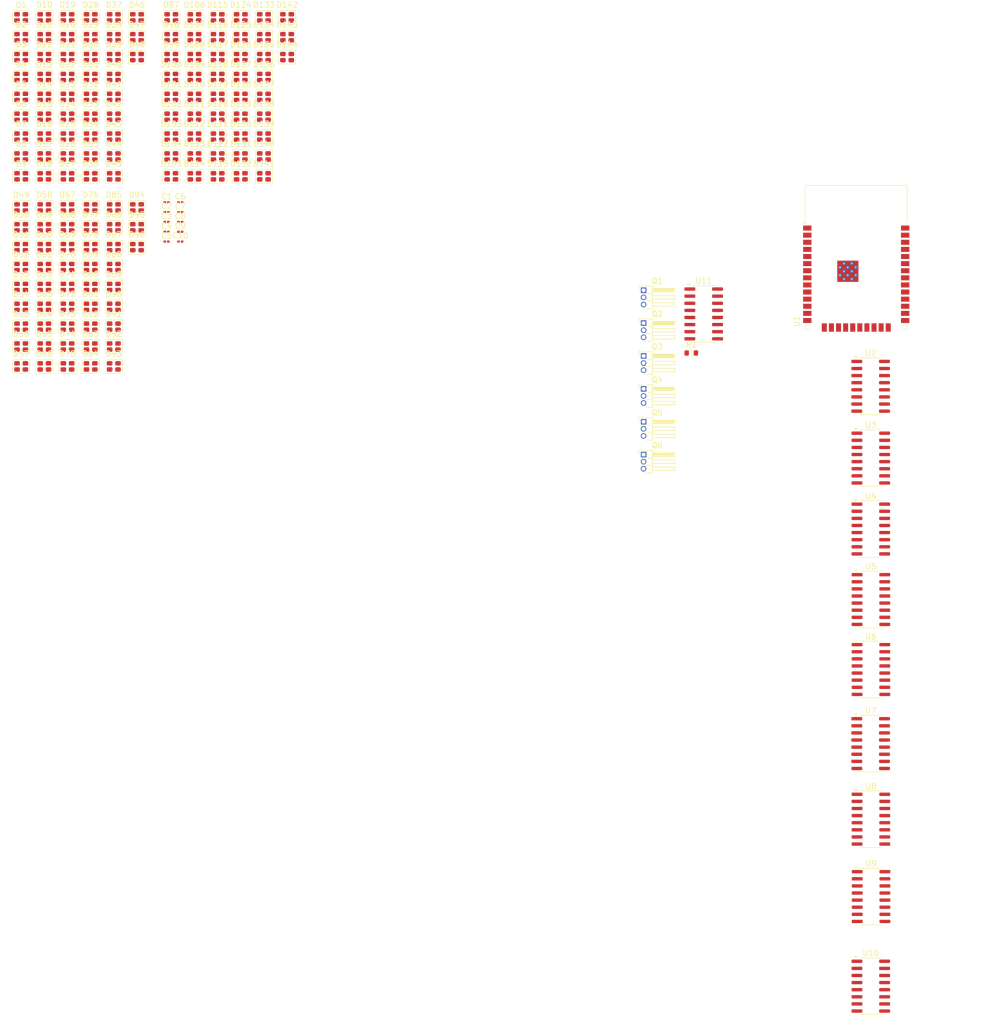
<source format=kicad_pcb>
(kicad_pcb (version 20241229) (generator "pcbnew") (generator_version "9.0")
  (layers (0 "F.Cu" signal) (2 "B.Cu" signal) (13 "F.Paste" user) (15 "B.Paste" user) (5 "F.SilkS" user "F.Silkscreen") (7 "B.SilkS" user "B.Silkscreen") (1 "F.Mask" user) (3 "B.Mask" user) (25 "Edge.Cuts" user))
  (net 0 "")
  (net 8 "Net-(U1-IO17)")
  (net 9 "/Col addr 1")
  (net 10 "/Col addr 2")
  (net 12 "/LED 1")
  (net 13 "Net-(U2-QH')")
  (net 22 "/Col addr 0")
  (net 23 "/LED 2")
  (net 26 "/Home")
  (net 30 "Net-(U2-~{SRCLR})")
  (net 34 "Net-(U3-~{SRCLR})")
  (net 35 "/595 Data")
  (net 36 "+3.3V")
  (net 37 "Net-(U3-QH')")
  (net 38 "Net-(U4-QH')")
  (net 39 "GND")
  (net 40 "Net-(U5-QH')")
  (net 41 "Net-(U6-QH')")
  (net 42 "Net-(U7-QH')")
  (net 43 "Net-(U8-QH')")
  (net 44 "Net-(U4-~{SRCLR})")
  (net 45 "Net-(U10-SER)")
  (net 46 "/595 R CLK")
  (net 47 "/595 OE")
  (net 48 "Net-(U5-~{SRCLR})")
  (net 49 "Net-(U6-~{SRCLR})")
  (net 50 "/595 SR CLK")
  (net 51 "Net-(U7-~{SRCLR})")
  (net 52 "Net-(U8-~{SRCLR})")
  (net 53 "Net-(U9-~{SRCLR})")
  (net 54 "Net-(U10-~{SRCLR})")
  (net 55 "RS1")
  (net 59 "RS2")
  (net 62 "RS3")
  (net 63 "RS4")
  (net 64 "RS5")
  (net 65 "RS6")
  (net 312 "Net-(Q1-G)")
  (net 314 "+5V")
  (net 315 "Net-(Q2-G)")
  (net 318 "Net-(Q3-G)")
  (net 319 "Net-(Q4-G)")
  (net 321 "Net-(Q5-G)")
  (net 324 "Net-(Q6-G)")
  (net 325 "s2g1")
  (net 326 "s1g8")
  (net 327 "s1g7")
  (net 328 "s1g6")
  (net 329 "s1g5")
  (net 330 "s1g4")
  (net 331 "s1r3")
  (net 332 "s1b3")
  (net 333 "s1g3")
  (net 334 "s1g2")
  (net 335 "s1b2")
  (net 336 "s1r2")
  (net 337 "s1r1")
  (net 338 "s1b1")
  (net 339 "s1g1")
  (net 340 "s3b2")
  (net 341 "s3b4")
  (net 342 "s3b3")
  (net 343 "s3b6")
  (net 344 "s3b1")
  (net 345 "s3b5")
  (net 346 "s3b7")
  (net 347 "s3b8")
  (net 348 "s3r7")
  (net 349 "s3r8")
  (net 350 "s3r2")
  (net 351 "s3r4")
  (net 352 "s3r1")
  (net 353 "s3r6")
  (net 354 "s3r5")
  (net 355 "s3r3")
  (net 356 "s3g2")
  (net 357 "s3g5")
  (net 358 "s3g1")
  (net 359 "s3g7")
  (net 360 "s3g8")
  (net 361 "s3g6")
  (net 362 "s3g4")
  (net 363 "s3g3")
  (net 364 "s2b3")
  (net 365 "s2b6")
  (net 366 "s2b5")
  (net 367 "s2b2")
  (net 368 "s2b7")
  (net 369 "s2b1")
  (net 370 "s2b4")
  (net 371 "s2b8")
  (net 372 "s2r3")
  (net 373 "s2r1")
  (net 374 "s2r5")
  (net 375 "s2r4")
  (net 376 "s2r8")
  (net 377 "s2r6")
  (net 378 "s2r2")
  (net 379 "s2r7")
  (net 380 "s2g4")
  (net 381 "s2g7")
  (net 382 "s2g3")
  (net 383 "s2g5")
  (net 384 "s2g2")
  (net 385 "s2g8")
  (net 386 "s2g6")
  (net 387 "s1b6")
  (net 388 "s1b8")
  (net 389 "s1b4")
  (net 390 "s1b7")
  (net 391 "s1b5")
  (net 392 "s1r5")
  (net 393 "s1r8")
  (net 394 "s1r4")
  (net 395 "s1r6")
  (net 396 "s1r7")
  (footprint "LED_SMD:LED_Cree-PLCC4_2x2mm_CW" (layer "F.Cu") (at 28.41 1.275)
    (property "Reference" "D97")
    (property "Value" "LED_ARGB")
  )
  (footprint "LED_SMD:LED_Cree-PLCC4_2x2mm_CW" (layer "F.Cu") (at 18.13 22.575)
    (property "Reference" "D43")
    (property "Value" "LED_ARGB")
  )
  (footprint "LED_SMD:LED_Cree-PLCC4_2x2mm_CW" (layer "F.Cu") (at 1.57 52.975)
    (property "Reference" "D54")
    (property "Value" "LED_ARGB")
  )
  (footprint "Package_SO:SOIC-16_3.9x9.9mm_P1.27mm" (layer "F.Cu") (at 153.45 131)
    (property "Reference" "U7")
    (property "Value" "74HC595")
  )
  (footprint "LED_SMD:LED_Cree-PLCC4_2x2mm_CW" (layer "F.Cu") (at 28.41 19.025)
    (property "Reference" "D102")
    (property "Value" "LED_ARGB")
  )
  (footprint "LED_SMD:LED_Cree-PLCC4_2x2mm_CW" (layer "F.Cu") (at 18.13 8.375)
    (property "Reference" "D39")
    (property "Value" "LED_ARGB")
  )
  (footprint "LED_SMD:LED_Cree-PLCC4_2x2mm_CW" (layer "F.Cu") (at 5.71 35.225)
    (property "Reference" "D58")
    (property "Value" "LED_ARGB")
  )
  (footprint "LED_SMD:LED_Cree-PLCC4_2x2mm_CW" (layer "F.Cu") (at 18.13 26.125)
    (property "Reference" "D44")
    (property "Value" "LED_ARGB")
  )
  (footprint "LED_SMD:LED_Cree-PLCC4_2x2mm_CW" (layer "F.Cu") (at 18.13 42.325)
    (property "Reference" "D87")
    (property "Value" "LED_ARGB")
  )
  (footprint "LED_SMD:LED_Cree-PLCC4_2x2mm_CW" (layer "F.Cu") (at 32.55 1.275)
    (property "Reference" "D106")
    (property "Value" "LED_ARGB")
  )
  (footprint "LED_SMD:LED_Cree-PLCC4_2x2mm_CW" (layer "F.Cu") (at 40.83 19.025)
    (property "Reference" "D129")
    (property "Value" "LED_ARGB")
  )
  (footprint "LED_SMD:LED_Cree-PLCC4_2x2mm_CW" (layer "F.Cu") (at 5.71 22.575)
    (property "Reference" "D16")
    (property "Value" "LED_ARGB")
  )
  (footprint "LED_SMD:LED_Cree-PLCC4_2x2mm_CW" (layer "F.Cu") (at 36.69 8.375)
    (property "Reference" "D117")
    (property "Value" "LED_ARGB")
  )
  (footprint "LED_SMD:LED_Cree-PLCC4_2x2mm_CW" (layer "F.Cu") (at 5.71 42.325)
    (property "Reference" "D60")
    (property "Value" "LED_ARGB")
  )
  (footprint "LED_SMD:LED_Cree-PLCC4_2x2mm_CW" (layer "F.Cu") (at 5.71 11.925)
    (property "Reference" "D13")
    (property "Value" "LED_ARGB")
  )
  (footprint "LED_SMD:LED_Cree-PLCC4_2x2mm_CW" (layer "F.Cu") (at 13.99 26.125)
    (property "Reference" "D35")
    (property "Value" "LED_ARGB")
  )
  (footprint "LED_SMD:LED_Cree-PLCC4_2x2mm_CW" (layer "F.Cu") (at 18.13 15.475)
    (property "Reference" "D41")
    (property "Value" "LED_ARGB")
  )
  (footprint "LED_SMD:LED_Cree-PLCC4_2x2mm_CW" (layer "F.Cu") (at 1.57 42.325)
    (property "Reference" "D51")
    (property "Value" "LED_ARGB")
  )
  (footprint "LED_SMD:LED_Cree-PLCC4_2x2mm_CW" (layer "F.Cu") (at 36.69 26.125)
    (property "Reference" "D122")
    (property "Value" "LED_ARGB")
  )
  (footprint "LED_SMD:LED_Cree-PLCC4_2x2mm_CW" (layer "F.Cu") (at 9.85 35.225)
    (property "Reference" "D67")
    (property "Value" "LED_ARGB")
  )
  (footprint "LED_SMD:LED_Cree-PLCC4_2x2mm_CW" (layer "F.Cu") (at 1.57 11.925)
    (property "Reference" "D4")
    (property "Value" "LED_ARGB")
  )
  (footprint "LED_SMD:LED_Cree-PLCC4_2x2mm_CW" (layer "F.Cu") (at 40.83 29.675)
    (property "Reference" "D132")
    (property "Value" "LED_ARGB")
  )
  (footprint "LED_SMD:LED_Cree-PLCC4_2x2mm_CW" (layer "F.Cu") (at 13.99 8.375)
    (property "Reference" "D30")
    (property "Value" "LED_ARGB")
  )
  (footprint "LED_SMD:LED_Cree-PLCC4_2x2mm_CW" (layer "F.Cu") (at 40.83 15.475)
    (property "Reference" "D128")
    (property "Value" "LED_ARGB")
  )
  (footprint "Capacitor_SMD:C_0201_0603Metric" (layer "F.Cu") (at 27.565 37.825)
    (property "Reference" "C3")
    (property "Value" "C")
  )
  (footprint "LED_SMD:LED_Cree-PLCC4_2x2mm_CW" (layer "F.Cu") (at 5.71 29.675)
    (property "Reference" "D18")
    (property "Value" "LED_ARGB")
  )
  (footprint "LED_SMD:LED_Cree-PLCC4_2x2mm_CW" (layer "F.Cu") (at 1.57 15.475)
    (property "Reference" "D5")
    (property "Value" "LED_ARGB")
  )
  (footprint "LED_SMD:LED_Cree-PLCC4_2x2mm_CW" (layer "F.Cu") (at 49.11 4.825)
    (property "Reference" "D143")
    (property "Value" "LED_ARGB")
  )
  (footprint "LED_SMD:LED_Cree-PLCC4_2x2mm_CW" (layer "F.Cu") (at 1.57 8.375)
    (property "Reference" "D3")
    (property "Value" "LED_ARGB")
  )
  (footprint "LED_SMD:LED_Cree-PLCC4_2x2mm_CW" (layer "F.Cu") (at 36.69 11.925)
    (property "Reference" "D118")
    (property "Value" "LED_ARGB")
  )
  (footprint "LED_SMD:LED_Cree-PLCC4_2x2mm_CW" (layer "F.Cu") (at 28.41 29.675)
    (property "Reference" "D105")
    (property "Value" "LED_ARGB")
  )
  (footprint "LED_SMD:LED_Cree-PLCC4_2x2mm_CW" (layer "F.Cu") (at 13.99 42.325)
    (property "Reference" "D78")
    (property "Value" "LED_ARGB")
  )
  (footprint "LED_SMD:LED_Cree-PLCC4_2x2mm_CW" (layer "F.Cu") (at 40.83 26.125)
    (property "Reference" "D131")
    (property "Value" "LED_ARGB")
  )
  (footprint "LED_SMD:LED_Cree-PLCC4_2x2mm_CW" (layer "F.Cu") (at 28.41 4.825)
    (property "Reference" "D98")
    (property "Value" "LED_ARGB")
  )
  (footprint "Capacitor_SMD:C_0201_0603Metric" (layer "F.Cu") (at 30.015 34.325)
    (property "Reference" "C6")
    (property "Value" "C")
  )
  (footprint "LED_SMD:LED_Cree-PLCC4_2x2mm_CW" (layer "F.Cu") (at 5.71 63.625)
    (property "Reference" "D66")
    (property "Value" "LED_ARGB")
  )
  (footprint "LED_SMD:LED_Cree-PLCC4_2x2mm_CW" (layer "F.Cu") (at 9.85 11.925)
    (property "Reference" "D22")
    (property "Value" "LED_ARGB")
  )
  (footprint "Capacitor_SMD:C_0201_0603Metric" (layer "F.Cu") (at 27.565 39.575)
    (property "Reference" "C4")
    (property "Value" "C")
  )
  (footprint "LED_SMD:LED_Cree-PLCC4_2x2mm_CW" (layer "F.Cu") (at 36.69 1.275)
    (property "Reference" "D115")
    (property "Value" "LED_ARGB")
  )
  (footprint "LED_SMD:LED_Cree-PLCC4_2x2mm_CW" (layer "F.Cu") (at 40.83 11.925)
    (property "Reference" "D127")
    (property "Value" "LED_ARGB")
  )
  (footprint "LED_SMD:LED_Cree-PLCC4_2x2mm_CW" (layer "F.Cu") (at 9.85 60.075)
    (property "Reference" "D74")
    (property "Value" "LED_ARGB")
  )
  (footprint "LED_SMD:LED_Cree-PLCC4_2x2mm_CW" (layer "F.Cu") (at 40.83 4.825)
    (property "Reference" "D125")
    (property "Value" "LED_ARGB")
  )
  (footprint "LED_SMD:LED_Cree-PLCC4_2x2mm_CW" (layer "F.Cu") (at 1.57 60.075)
    (property "Reference" "D56")
    (property "Value" "LED_ARGB")
  )
  (footprint "Capacitor_SMD:C_0201_0603Metric" (layer "F.Cu") (at 27.565 41.325)
    (property "Reference" "C5")
    (property "Value" "C")
  )
  (footprint "LED_SMD:LED_Cree-PLCC4_2x2mm_CW" (layer "F.Cu") (at 32.55 19.025)
    (property "Reference" "D111")
    (property "Value" "LED_ARGB")
  )
  (footprint "LED_SMD:LED_Cree-PLCC4_2x2mm_CW" (layer "F.Cu") (at 1.57 1.275)
    (property "Reference" "D1")
    (property "Value" "LED_ARGB")
  )
  (footprint "LED_SMD:LED_Cree-PLCC4_2x2mm_CW" (layer "F.Cu") (at 1.57 49.425)
    (property "Reference" "D53")
    (property "Value" "LED_ARGB")
  )
  (footprint "Connector_PinHeader_1.27mm:PinHeader_1x03_P1.27mm_Horizontal" (layer "F.Cu") (at 112.85 67.63)
    (property "Reference" "Q4")
    (property "Value" "PMOS")
  )
  (footprint "Package_SO:SOIC-16_3.9x9.9mm_P1.27mm" (layer "F.Cu") (at 153.475 92.675)
    (property "Reference" "U4")
    (property "Value" "74HC595")
  )
  (footprint "LED_SMD:LED_Cree-PLCC4_2x2mm_CW" (layer "F.Cu") (at 5.71 52.975)
    (property "Reference" "D63")
    (property "Value" "LED_ARGB")
  )
  (footprint "LED_SMD:LED_Cree-PLCC4_2x2mm_CW" (layer "F.Cu") (at 1.57 38.775)
    (property "Reference" "D50")
    (property "Value" "LED_ARGB")
  )
  (footprint "LED_SMD:LED_Cree-PLCC4_2x2mm_CW" (layer "F.Cu") (at 9.85 52.975)
    (property "Reference" "D72")
    (property "Value" "LED_ARGB")
  )
  (footprint "LED_SMD:LED_Cree-PLCC4_2x2mm_CW" (layer "F.Cu") (at 5.71 60.075)
    (property "Reference" "D65")
    (property "Value" "LED_ARGB")
  )
  (footprint "LED_SMD:LED_Cree-PLCC4_2x2mm_CW" (layer "F.Cu") (at 18.13 11.925)
    (property "Reference" "D40")
    (property "Value" "LED_ARGB")
  )
  (footprint "LED_SMD:LED_Cree-PLCC4_2x2mm_CW" (layer "F.Cu") (at 9.85 22.575)
    (property "Reference" "D25")
    (property "Value" "LED_ARGB")
  )
  (footprint "Package_SO:SOIC-16_3.9x9.9mm_P1.27mm" (layer "F.Cu") (at 153.5 144.5)
    (property "Reference" "U8")
    (property "Value" "74HC595")
  )
  (footprint "LED_SMD:LED_Cree-PLCC4_2x2mm_CW" (layer "F.Cu") (at 18.13 4.825)
    (property "Reference" "D38")
    (property "Value" "LED_ARGB")
  )
  (footprint "LED_SMD:LED_Cree-PLCC4_2x2mm_CW" (layer "F.Cu") (at 5.71 38.775)
    (property "Reference" "D59")
    (property "Value" "LED_ARGB")
  )
  (footprint "LED_SMD:LED_Cree-PLCC4_2x2mm_CW" (layer "F.Cu") (at 9.85 26.125)
    (property "Reference" "D26")
    (property "Value" "LED_ARGB")
  )
  (footprint "Capacitor_SMD:C_0201_0603Metric" (layer "F.Cu") (at 30.015 39.575)
    (property "Reference" "C9")
    (property "Value" "C")
  )
  (footprint "LED_SMD:LED_Cree-PLCC4_2x2mm_CW" (layer "F.Cu") (at 13.99 35.225)
    (property "Reference" "D76")
    (property "Value" "LED_ARGB")
  )
  (footprint "LED_SMD:LED_Cree-PLCC4_2x2mm_CW" (layer "F.Cu") (at 1.57 19.025)
    (property "Reference" "D6")
    (property "Value" "LED_ARGB")
  )
  (footprint "LED_SMD:LED_Cree-PLCC4_2x2mm_CW" (layer "F.Cu") (at 32.55 11.925)
    (property "Reference" "D109")
    (property "Value" "LED_ARGB")
  )
  (footprint "Capacitor_SMD:C_0201_0603Metric" (layer "F.Cu") (at 27.565 36.075)
    (property "Reference" "C2")
    (property "Value" "C")
  )
  (footprint "LED_SMD:LED_Cree-PLCC4_2x2mm_CW" (layer "F.Cu") (at 9.85 19.025)
    (property "Reference" "D24")
    (property "Value" "LED_ARGB")
  )
  (footprint "LED_SMD:LED_Cree-PLCC4_2x2mm_CW" (layer "F.Cu") (at 22.27 4.825)
    (property "Reference" "D47")
    (property "Value" "LED_ARGB")
  )
  (footprint "LED_SMD:LED_Cree-PLCC4_2x2mm_CW" (layer "F.Cu") (at 9.85 1.275)
    (property "Reference" "D19")
    (property "Value" "LED_ARGB")
  )
  (footprint "LED_SMD:LED_Cree-PLCC4_2x2mm_CW" (layer "F.Cu") (at 13.99 15.475)
    (property "Reference" "D32")
    (property "Value" "LED_ARGB")
  )
  (footprint "LED_SMD:LED_Cree-PLCC4_2x2mm_CW" (layer "F.Cu") (at 18.13 35.225)
    (property "Reference" "D85")
    (property "Value" "LED_ARGB")
  )
  (footprint "LED_SMD:LED_Cree-PLCC4_2x2mm_CW" (layer "F.Cu") (at 13.99 29.675)
    (property "Reference" "D36")
    (property "Value" "LED_ARGB")
  )
  (footprint "LED_SMD:LED_Cree-PLCC4_2x2mm_CW" (layer "F.Cu") (at 5.71 15.475)
    (property "Reference" "D14")
    (property "Value" "LED_ARGB")
  )
  (footprint "LED_SMD:LED_Cree-PLCC4_2x2mm_CW" (layer "F.Cu") (at 13.99 4.825)
    (property "Reference" "D29")
    (property "Value" "LED_ARGB")
  )
  (footprint "LED_SMD:LED_Cree-PLCC4_2x2mm_CW" (layer "F.Cu") (at 32.55 22.575)
    (property "Reference" "D112")
    (property "Value" "LED_ARGB")
  )
  (footprint "LED_SMD:LED_Cree-PLCC4_2x2mm_CW" (layer "F.Cu") (at 18.13 29.675)
    (property "Reference" "D45")
    (property "Value" "LED_ARGB")
  )
  (footprint "LED_SMD:LED_Cree-PLCC4_2x2mm_CW" (layer "F.Cu") (at 13.99 22.575)
    (property "Reference" "D34")
    (property "Value" "LED_ARGB")
  )
  (footprint "LED_SMD:LED_Cree-PLCC4_2x2mm_CW" (layer "F.Cu") (at 36.69 19.025)
    (property "Reference" "D120")
    (property "Value" "LED_ARGB")
  )
  (footprint "LED_SMD:LED_Cree-PLCC4_2x2mm_CW" (layer "F.Cu") (at 5.71 4.825)
    (property "Reference" "D11")
    (property "Value" "LED_ARGB")
  )
  (footprint "LED_SMD:LED_Cree-PLCC4_2x2mm_CW" (layer "F.Cu") (at 18.13 63.625)
    (property "Reference" "D93")
    (property "Value" "LED_ARGB")
  )
  (footprint "LED_SMD:LED_Cree-PLCC4_2x2mm_CW" (layer "F.Cu") (at 28.41 26.125)
    (property "Reference" "D104")
    (property "Value" "LED_ARGB")
  )
  (footprint "Connector_PinHeader_1.27mm:PinHeader_1x03_P1.27mm_Horizontal" (layer "F.Cu") (at 112.85 61.76)
    (property "Reference" "Q3")
    (property "Value" "PMOS")
  )
  (footprint "LED_SMD:LED_Cree-PLCC4_2x2mm_CW" (layer "F.Cu") (at 9.85 8.375)
    (property "Reference" "D21")
    (property "Value" "LED_ARGB")
  )
  (footprint "LED_SMD:LED_Cree-PLCC4_2x2mm_CW" (layer "F.Cu") (at 44.97 19.025)
    (property "Reference" "D138")
    (property "Value" "LED_ARGB")
  )
  (footprint "LED_SMD:LED_Cree-PLCC4_2x2mm_CW" (layer "F.Cu") (at 9.85 42.325)
    (property "Reference" "D69")
    (property "Value" "LED_ARGB")
  )
  (footprint "Capacitor_SMD:C_0201_0603Metric" (layer "F.Cu") (at 30.015 37.825)
    (property "Reference" "C8")
    (property "Value" "C")
  )
  (footprint "LED_SMD:LED_Cree-PLCC4_2x2mm_CW" (layer "F.Cu") (at 28.41 11.925)
    (property "Reference" "D100")
    (property "Value" "LED_ARGB")
  )
  (footprint "LED_SMD:LED_Cree-PLCC4_2x2mm_CW" (layer "F.Cu") (at 32.55 29.675)
    (property "Reference" "D114")
    (property "Value" "LED_ARGB")
  )
  (footprint "LED_SMD:LED_Cree-PLCC4_2x2mm_CW" (layer "F.Cu") (at 13.99 60.075)
    (property "Reference" "D83")
    (property "Value" "LED_ARGB")
  )
  (footprint "LED_SMD:LED_Cree-PLCC4_2x2mm_CW" (layer "F.Cu") (at 36.69 4.825)
    (property "Reference" "D116")
    (property "Value" "LED_ARGB")
  )
  (footprint "Package_SO:SOIC-16_3.9x9.9mm_P1.27mm" (layer "F.Cu") (at 153.525 158.325)
    (property "Reference" "U9")
    (property "Value" "74HC595")
  )
  (footprint "LED_SMD:LED_Cree-PLCC4_2x2mm_CW" (layer "F.Cu") (at 5.71 26.125)
    (property "Reference" "D17")
    (property "Value" "LED_ARGB")
  )
  (footprint "LED_SMD:LED_Cree-PLCC4_2x2mm_CW" (layer "F.Cu") (at 40.83 1.275)
    (property "Reference" "D124")
    (property "Value" "LED_ARGB")
  )
  (footprint "LED_SMD:LED_Cree-PLCC4_2x2mm_CW" (layer "F.Cu") (at 9.85 38.775)
    (property "Reference" "D68")
    (property "Value" "LED_ARGB")
  )
  (footprint "Capacitor_SMD:C_0201_0603Metric" (layer "F.Cu") (at 30.015 41.325)
    (property "Reference" "C10")
    (property "Value" "C")
  )
  (footprint "LED_SMD:LED_Cree-PLCC4_2x2mm_CW" (layer "F.Cu") (at 9.85 49.425)
    (property "Reference" "D71")
    (property "Value" "LED_ARGB")
  )
  (footprint "LED_SMD:LED_Cree-PLCC4_2x2mm_CW" (layer "F.Cu") (at 1.57 4.825)
    (property "Reference" "D2")
    (property "Value" "LED_ARGB")
  )
  (footprint "LED_SMD:LED_Cree-PLCC4_2x2mm_CW" (layer "F.Cu") (at 13.99 11.925)
    (property "Reference" "D31")
    (property "Value" "LED_ARGB")
  )
  (footprint "LED_SMD:LED_Cree-PLCC4_2x2mm_CW" (layer "F.Cu") (at 5.71 8.375)
    (property "Reference" "D12")
    (property "Value" "LED_ARGB")
  )
  (footprint "LED_SMD:LED_Cree-PLCC4_2x2mm_CW" (layer "F.Cu") (at 18.13 38.775)
    (property "Reference" "D86")
    (property "Value" "LED_ARGB")
  )
  (footprint "LED_SMD:LED_Cree-PLCC4_2x2mm_CW" (layer "F.Cu") (at 44.97 26.125)
    (property "Reference" "D140")
    (property "Value" "LED_ARGB")
  )
  (footprint "Capacitor_SMD:C_0201_0603Metric" (layer "F.Cu") (at 30.015 36.075)
    (property "Reference" "C7")
    (property "Value" "C")
  )
  (footprint "LED_SMD:LED_Cree-PLCC4_2x2mm_CW" (layer "F.Cu") (at 9.85 45.875)
    (property "Reference" "D70")
    (property "Value" "LED_ARGB")
  )
  (footprint "LED_SMD:LED_Cree-PLCC4_2x2mm_CW" (layer "F.Cu") (at 9.85 56.525)
    (property "Reference" "D73")
    (property "Value" "LED_ARGB")
  )
  (footprint "Package_SO:SOIC-16_3.9x9.9mm_P1.27mm" (layer "F.Cu") (at 153.5 117.77)
    (property "Reference" "U6")
    (property "Value" "74HC595")
  )
  (footprint "LED_SMD:LED_Cree-PLCC4_2x2mm_CW" (layer "F.Cu") (at 18.13 1.275)
    (property "Reference" "D37")
    (property "Value" "LED_ARGB")
  )
  (footprint "LED_SMD:LED_Cree-PLCC4_2x2mm_CW" (layer "F.Cu") (at 9.85 15.475)
    (property "Reference" "D23")
    (property "Value" "LED_ARGB")
  )
  (footprint "LED_SMD:LED_Cree-PLCC4_2x2mm_CW" (layer "F.Cu") (at 22.27 1.275)
    (property "Reference" "D46")
    (property "Value" "LED_ARGB")
  )
  (footprint "LED_SMD:LED_Cree-PLCC4_2x2mm_CW" (layer "F.Cu") (at 40.83 8.375)
    (property "Reference" "D126")
    (property "Value" "LED_ARGB")
  )
  (footprint "LED_SMD:LED_Cree-PLCC4_2x2mm_CW" (layer "F.Cu") (at 5.71 1.275)
    (property "Reference" "D10")
    (property "Value" "LED_ARGB")
  )
  (footprint "LED_SMD:LED_Cree-PLCC4_2x2mm_CW" (layer "F.Cu") (at 18.13 49.425)
    (property "Reference" "D89")
    (property "Value" "LED_ARGB")
  )
  (footprint "LED_SMD:LED_Cree-PLCC4_2x2mm_CW" (layer "F.Cu") (at 49.11 8.375)
    (property "Reference" "D144")
    (property "Value" "LED_ARGB")
  )
  (footprint "LED_SMD:LED_Cree-PLCC4_2x2mm_CW" (layer "F.Cu") (at 5.71 19.025)
    (property "Reference" "D15")
    (property "Value" "LED_ARGB")
  )
  (footprint "LED_SMD:LED_Cree-PLCC4_2x2mm_CW" (layer "F.Cu") (at 44.97 4.825)
    (property "Reference" "D134")
    (property "Value" "LED_ARGB")
  )
  (footprint "LED_SMD:LED_Cree-PLCC4_2x2mm_CW" (layer "F.Cu") (at 18.13 52.975)
    (property "Reference" "D90")
    (property "Value" "LED_ARGB")
  )
  (footprint "LED_SMD:LED_Cree-PLCC4_2x2mm_CW" (layer "F.Cu") (at 1.57 56.525)
    (property "Reference" "D55")
    (property "Value" "LED_ARGB")
  )
  (footprint "LED_SMD:LED_Cree-PLCC4_2x2mm_CW" (layer "F.Cu") (at 1.57 22.575)
    (property "Reference" "D7")
    (property "Value" "LED_ARGB")
  )
  (footprint "LED_SMD:LED_Cree-PLCC4_2x2mm_CW" (layer "F.Cu") (at 13.99 38.775)
    (property "Reference" "D77")
    (property "Value" "LED_ARGB")
  )
  (footprint "Connector_PinHeader_1.27mm:PinHeader_1x03_P1.27mm_Horizontal" (layer "F.Cu") (at 112.85 73.5)
    (property "Reference" "Q5")
    (property "Value" "PMOS")
  )
  (footprint "LED_SMD:LED_Cree-PLCC4_2x2mm_CW" (layer "F.Cu") (at 44.97 22.575)
    (property "Reference" "D139")
    (property "Value" "LED_ARGB")
  )
  (footprint "Package_SO:SOIC-16_3.9x9.9mm_P1.27mm" (layer "F.Cu") (at 153.475 174.325)
    (property "Reference" "U10")
    (property "Value" "74HC595")
  )
  (footprint "LED_SMD:LED_Cree-PLCC4_2x2mm_CW" (layer "F.Cu") (at 13.99 19.025)
    (property "Reference" "D33")
    (property "Value" "LED_ARGB")
  )
  (footprint "LED_SMD:LED_Cree-PLCC4_2x2mm_CW" (layer "F.Cu") (at 32.55 4.825)
    (property "Reference" "D107")
    (property "Value" "LED_ARGB")
  )
  (footprint "LED_SMD:LED_Cree-PLCC4_2x2mm_CW" (layer "F.Cu") (at 32.55 8.375)
    (property "Reference" "D108")
    (property "Value" "LED_ARGB")
  )
  (footprint "LED_SMD:LED_Cree-PLCC4_2x2mm_CW" (layer "F.Cu") (at 13.99 49.425)
    (property "Reference" "D80")
    (property "Value" "LED_ARGB")
  )
  (footprint "Connector_PinHeader_1.27mm:PinHeader_1x03_P1.27mm_Horizontal" (layer "F.Cu") (at 112.85 79.37)
    (property "Reference" "Q6")
    (property "Value" "PMOS")
  )
  (footprint "Package_SO:SOIC-16_3.9x9.9mm_P1.27mm" (layer "F.Cu") (at 153.475 80)
    (property "Reference" "U3")
    (property "Value" "74HC595")
  )
  (footprint "LED_SMD:LED_Cree-PLCC4_2x2mm_CW" (layer "F.Cu") (at 36.69 22.575)
    (property "Reference" "D121")
    (property "Value" "LED_ARGB")
  )
  (footprint "LED_SMD:LED_Cree-PLCC4_2x2mm_CW" (layer "F.Cu") (at 32.55 15.475)
    (property "Reference" "D110")
    (property "Value" "LED_ARGB")
  )
  (footprint "LED_SMD:LED_Cree-PLCC4_2x2mm_CW" (layer "F.Cu") (at 44.97 8.375)
    (property "Reference" "D135")
    (property "Value" "LED_ARGB")
  )
  (footprint "LED_SMD:LED_Cree-PLCC4_2x2mm_CW" (layer "F.Cu") (at 13.99 52.975)
    (property "Reference" "D81")
    (property "Value" "LED_ARGB")
  )
  (footprint "LED_SMD:LED_Cree-PLCC4_2x2mm_CW" (layer "F.Cu") (at 1.57 26.125)
    (property "Reference" "D8")
    (property "Value" "LED_ARGB")
  )
  (footprint "LED_SMD:LED_Cree-PLCC4_2x2mm_CW" (layer "F.Cu") (at 13.99 1.275)
    (property "Reference" "D28")
    (property "Value" "LED_ARGB")
  )
  (footprint "LED_SMD:LED_Cree-PLCC4_2x2mm_CW" (layer "F.Cu") (at 36.69 29.675)
    (property "Reference" "D123")
    (property "Value" "LED_ARGB")
  )
  (footprint "LED_SMD:LED_Cree-PLCC4_2x2mm_CW" (layer "F.Cu") (at 36.69 15.475)
    (property "Reference" "D119")
    (property "Value" "LED_ARGB")
  )
  (footprint "Package_SO:SOIC-16_3.9x9.9mm_P1.27mm" (layer "F.Cu") (at 153.5 105.27)
    (property "Reference" "U5")
    (property "Value" "74HC595")
  )
  (footprint "Capacitor_SMD:C_0201_0603Metric" (layer "F.Cu") (at 27.565 34.325)
    (property "Reference" "C1")
    (property "Value" "C")
  )
  (footprint "LED_SMD:LED_Cree-PLCC4_2x2mm_CW" (layer "F.Cu") (at 9.85 29.675)
    (property "Reference" "D27")
    (property "Value" "LED_ARGB")
  )
  (footprint "LED_SMD:LED_Cree-PLCC4_2x2mm_CW" (layer "F.Cu") (at 28.41 22.575)
    (property "Reference" "D103")
    (property "Value" "LED_ARGB")
  )
  (footprint "LED_SMD:LED_Cree-PLCC4_2x2mm_CW" (layer "F.Cu") (at 49.11 1.275)
    (property "Reference" "D142")
    (property "Value" "LED_ARGB")
  )
  (footprint "LED_SMD:LED_Cree-PLCC4_2x2mm_CW" (layer "F.Cu") (at 44.97 29.675)
    (property "Reference" "D141")
    (property "Value" "LED_ARGB")
  )
  (footprint "LED_SMD:LED_Cree-PLCC4_2x2mm_CW" (layer "F.Cu") (at 32.55 26.125)
    (property "Reference" "D113")
    (property "Value" "LED_ARGB")
  )
  (footprint "LED_SMD:LED_Cree-PLCC4_2x2mm_CW" (layer "F.Cu") (at 44.97 1.275)
    (property "Reference" "D133")
    (property "Value" "LED_ARGB")
  )
  (footprint "LED_SMD:LED_Cree-PLCC4_2x2mm_CW" (layer "F.Cu") (at 44.97 15.475)
    (property "Reference" "D137")
    (property "Value" "LED_ARGB")
  )
  (footprint "LED_SMD:LED_Cree-PLCC4_2x2mm_CW" (layer "F.Cu") (at 13.99 45.875)
    (property "Reference" "D79")
    (property "Value" "LED_ARGB")
  )
  (footprint "Connector_PinHeader_1.27mm:PinHeader_1x03_P1.27mm_Horizontal" (layer "F.Cu") (at 112.85 55.89)
    (property "Reference" "Q2")
    (property "Value" "PMOS")
  )
  (footprint "LED_SMD:LED_Cree-PLCC4_2x2mm_CW" (layer "F.Cu") (at 9.85 63.625)
    (property "Reference" "D75")
    (property "Value" "LED_ARGB")
  )
  (footprint "Connector_PinHeader_1.27mm:PinHeader_1x03_P1.27mm_Horizontal" (layer "F.Cu") (at 112.85 50.02)
    (property "Reference" "Q1")
    (property "Value" "PMOS")
  )
  (footprint "LED_SMD:LED_Cree-PLCC4_2x2mm_CW" (layer "F.Cu") (at 1.57 29.675)
    (property "Reference" "D9")
    (property "Value" "LED_ARGB")
  )
  (footprint "LED_SMD:LED_Cree-PLCC4_2x2mm_CW" (layer "F.Cu") (at 18.13 56.525)
    (property "Reference" "D91")
    (property "Value" "LED_ARGB")
  )
  (footprint "LED_SMD:LED_Cree-PLCC4_2x2mm_CW" (layer "F.Cu") (at 22.27 38.775)
    (property "Reference" "D95")
    (property "Value" "LED_ARGB")
  )
  (footprint "LED_SMD:LED_Cree-PLCC4_2x2mm_CW" (layer "F.Cu") (at 5.71 56.525)
    (property "Reference" "D64")
    (property "Value" "LED_ARGB")
  )
  (footprint "LED_SMD:LED_Cree-PLCC4_2x2mm_CW" (layer "F.Cu") (at 13.99 63.625)
    (property "Reference" "D84")
    (property "Value" "LED_ARGB")
  )
  (footprint "LED_SMD:LED_Cree-PLCC4_2x2mm_CW" (layer "F.Cu") (at 40.83 22.575)
    (property "Reference" "D130")
    (property "Value" "LED_ARGB")
  )
  (footprint "LED_SMD:LED_Cree-PLCC4_2x2mm_CW" (layer "F.Cu") (at 44.97 11.925)
    (property "Reference" "D136")
    (property "Value" "LED_ARGB")
  )
  (footprint "LED_SMD:LED_Cree-PLCC4_2x2mm_CW" (layer "F.Cu") (at 28.41 8.375)
    (property "Reference" "D99")
    (property "Value" "LED_ARGB")
  )
  (footprint "LED_SMD:LED_Cree-PLCC4_2x2mm_CW" (layer "F.Cu") (at 5.71 49.425)
    (property "Reference" "D62")
    (property "Value" "LED_ARGB")
  )
  (footprint "LED_SMD:LED_Cree-PLCC4_2x2mm_CW" (layer "F.Cu") (at 1.57 63.625)
    (property "Reference" "D57")
    (property "Value" "LED_ARGB")
  )
  (footprint "LED_SMD:LED_Cree-PLCC4_2x2mm_CW" (layer "F.Cu") (at 18.13 60.075)
    (property "Reference" "D92")
    (property "Value" "LED_ARGB")
  )
  (footprint "LED_SMD:LED_Cree-PLCC4_2x2mm_CW" (layer "F.Cu") (at 1.57 45.875)
    (property "Reference" "D52")
    (property "Value" "LED_ARGB")
  )
  (footprint "LED_SMD:LED_Cree-PLCC4_2x2mm_CW" (layer "F.Cu") (at 22.27 8.375)
    (property "Reference" "D48")
    (property "Value" "LED_ARGB")
  )
  (footprint "LED_SMD:LED_Cree-PLCC4_2x2mm_CW" (layer "F.Cu") (at 18.13 19.025)
    (property "Reference" "D42")
    (property "Value" "LED_ARGB")
  )
  (footprint "Resistor_SMD:R_0603_1608Metric" (layer "F.Cu") (at 121.38 61.23)
    (property "Reference" "R1")
    (property "Value" "R")
  )
  (footprint "RF_Module:ESP32-WROOM-32D" (layer "F.Cu") (at 150.875 47.165)
    (property "Reference" "U1")
    (property "Value" "ESP32-WROOM-32D")
  )
  (footprint "LED_SMD:LED_Cree-PLCC4_2x2mm_CW" (layer "F.Cu") (at 9.85 4.825)
    (property "Reference" "D20")
    (property "Value" "LED_ARGB")
  )
  (footprint "LED_SMD:LED_Cree-PLCC4_2x2mm_CW" (layer "F.Cu") (at 1.57 35.225)
    (property "Reference" "D49")
    (property "Value" "LED_ARGB")
  )
  (footprint "LED_SMD:LED_Cree-PLCC4_2x2mm_CW" (layer "F.Cu") (at 5.71 45.875)
    (property "Reference" "D61")
    (property "Value" "LED_ARGB")
  )
  (footprint "LED_SMD:LED_Cree-PLCC4_2x2mm_CW" (layer "F.Cu") (at 13.99 56.525)
    (property "Reference" "D82")
    (property "Value" "LED_ARGB")
  )
  (footprint "LED_SMD:LED_Cree-PLCC4_2x2mm_CW" (layer "F.Cu") (at 28.41 15.475)
    (property "Reference" "D101")
    (property "Value" "LED_ARGB")
  )
  (footprint "LED_SMD:LED_Cree-PLCC4_2x2mm_CW" (layer "F.Cu") (at 22.27 42.325)
    (property "Reference" "D96")
    (property "Value" "LED_ARGB")
  )
  (footprint "LED_SMD:LED_Cree-PLCC4_2x2mm_CW" (layer "F.Cu") (at 22.27 35.225)
    (property "Reference" "D94")
    (property "Value" "LED_ARGB")
  )
  (footprint "Package_SO:SOIC-16_3.9x9.9mm_P1.27mm" (layer "F.Cu") (at 153.45 67.175)
    (property "Reference" "U2")
    (property "Value" "74HC595")
  )
  (footprint "Package_SO:SOIC-16_3.9x9.9mm_P1.27mm" (layer "F.Cu") (at 123.6 54.25)
    (property "Reference" "U11")
    (property "Value" "~")
  )
  (footprint "LED_SMD:LED_Cree-PLCC4_2x2mm_CW" (layer "F.Cu") (at 18.13 45.875)
    (property "Reference" "D88")
    (property "Value" "LED_ARGB")
  )
)
</source>
